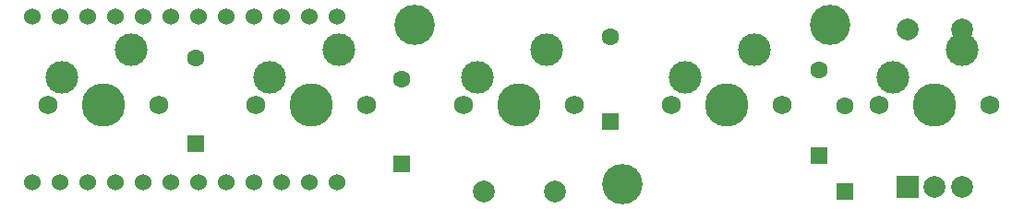
<source format=gts>
%TF.GenerationSoftware,KiCad,Pcbnew,(5.99.0-12610-g07e01e6297)*%
%TF.CreationDate,2021-11-08T11:22:45+00:00*%
%TF.ProjectId,piccolo-mini,70696363-6f6c-46f2-9d6d-696e692e6b69,rev?*%
%TF.SameCoordinates,Original*%
%TF.FileFunction,Soldermask,Top*%
%TF.FilePolarity,Negative*%
%FSLAX46Y46*%
G04 Gerber Fmt 4.6, Leading zero omitted, Abs format (unit mm)*
G04 Created by KiCad (PCBNEW (5.99.0-12610-g07e01e6297)) date 2021-11-08 11:22:45*
%MOMM*%
%LPD*%
G01*
G04 APERTURE LIST*
%ADD10R,1.600000X1.600000*%
%ADD11C,1.600000*%
%ADD12C,3.000000*%
%ADD13C,1.750000*%
%ADD14C,3.987800*%
%ADD15R,2.000000X2.000000*%
%ADD16C,2.000000*%
%ADD17C,3.700000*%
%ADD18C,1.524000*%
G04 APERTURE END LIST*
D10*
%TO.C,D1*%
X152150500Y-92273000D03*
D11*
X152150500Y-84473000D03*
%TD*%
D10*
%TO.C,D2*%
X171000500Y-94213000D03*
D11*
X171000500Y-86413000D03*
%TD*%
D10*
%TO.C,D3*%
X190200500Y-90273000D03*
D11*
X190200500Y-82473000D03*
%TD*%
D10*
%TO.C,D4*%
X209300500Y-93373000D03*
D11*
X209300500Y-85573000D03*
%TD*%
D10*
%TO.C,D5*%
X211700500Y-96673000D03*
D11*
X211700500Y-88873000D03*
%TD*%
D12*
%TO.C,MX1*%
X146240500Y-83693000D03*
D13*
X148780500Y-88773000D03*
D14*
X143700500Y-88773000D03*
D13*
X138620500Y-88773000D03*
D12*
X139890500Y-86233000D03*
%TD*%
D14*
%TO.C,MX2*%
X162750500Y-88773000D03*
D12*
X158940500Y-86233000D03*
X165290500Y-83693000D03*
D13*
X157670500Y-88773000D03*
X167830500Y-88773000D03*
%TD*%
D12*
%TO.C,MX4*%
X203390500Y-83693000D03*
D14*
X200850500Y-88773000D03*
D13*
X205930500Y-88773000D03*
D12*
X197040500Y-86233000D03*
D13*
X195770500Y-88773000D03*
%TD*%
%TO.C,MX5*%
X224980500Y-88773000D03*
D12*
X222440500Y-83693000D03*
D14*
X219900500Y-88773000D03*
D13*
X214820500Y-88773000D03*
D12*
X216090500Y-86233000D03*
%TD*%
D15*
%TO.C,ENC1*%
X217400500Y-96273000D03*
D16*
X222400500Y-96273000D03*
X219900500Y-96273000D03*
X222400500Y-81773000D03*
X217400500Y-81773000D03*
%TD*%
D13*
%TO.C,MX3*%
X176720500Y-88773000D03*
D12*
X184340500Y-83693000D03*
D13*
X186880500Y-88773000D03*
D14*
X181800500Y-88773000D03*
D12*
X177990500Y-86233000D03*
%TD*%
D17*
%TO.C,REF\u002A\u002A*%
X210312000Y-81407000D03*
%TD*%
%TO.C,REF\u002A\u002A*%
X191262000Y-96012000D03*
%TD*%
%TO.C,REF\u002A\u002A*%
X172212000Y-81407000D03*
%TD*%
D18*
%TO.C,U1*%
X137197500Y-80644100D03*
X139737500Y-80644100D03*
X142277500Y-80644100D03*
X144817500Y-80644100D03*
X147357500Y-80644100D03*
X149897500Y-80644100D03*
X152437500Y-80644100D03*
X154977500Y-80644100D03*
X157517500Y-80644100D03*
X160057500Y-80644100D03*
X162597500Y-80644100D03*
X165137500Y-80644100D03*
X165137500Y-95864100D03*
X162597500Y-95864100D03*
X160057500Y-95864100D03*
X157517500Y-95864100D03*
X154977500Y-95864100D03*
X152437500Y-95864100D03*
X149897500Y-95864100D03*
X147357500Y-95864100D03*
X144817500Y-95864100D03*
X142277500Y-95864100D03*
X139737500Y-95864100D03*
X137197500Y-95864100D03*
%TD*%
D16*
%TO.C,RESET1*%
X178550500Y-96710500D03*
X185050500Y-96710500D03*
%TD*%
M02*

</source>
